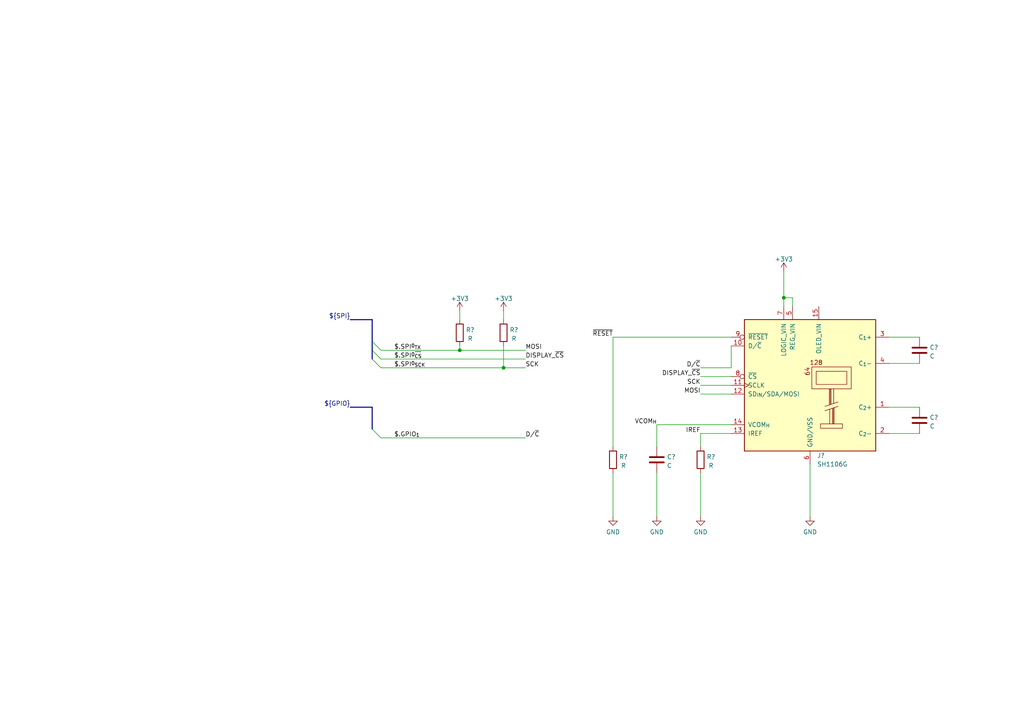
<source format=kicad_sch>
(kicad_sch (version 20211123) (generator eeschema)
  (paper "A4")
  (lib_symbols
    (symbol "0._Project:SH1106G" (pin_names (offset 1.016))
      (property "Reference" "J" (at 0 3.81 0))
      (property "Value" "SH1106G" (at 0 1.27 0))
      (symbol "SH1106G_0_0"
        (polyline (pts (xy 23.368 -26.416) (xy 27.178 -25.146)))
        (polyline (pts (xy 23.368 -25.146) (xy 27.178 -23.876)))
        (polyline (pts (xy 24.638 -24.638) (xy 24.638 -20.066)))
        (polyline (pts (xy 24.765 -26.035) (xy 24.765 -30.226)))
        (polyline (pts (xy 24.892 -24.638) (xy 24.892 -20.066)))
        (polyline (pts (xy 25.146 -24.511) (xy 25.146 -20.066)))
        (polyline (pts (xy 25.527 -25.781) (xy 25.527 -30.226)))
        (polyline (pts (xy 25.781 -25.654) (xy 25.781 -30.226)))
        (polyline (pts (xy 25.908 -24.257) (xy 25.908 -20.066)))
        (polyline (pts (xy 26.035 -25.654) (xy 26.035 -30.226)))
        (rectangle (start 0 0) (end 38.1 -38.1) (stroke (width 0.254)) (fill (type background)))
        (rectangle (start 19.558 -13.716) (end 30.988 -20.066))
        (rectangle (start 20.828 -18.796) (end 29.718 -14.986))
        (rectangle (start 22.098 -30.226) (end 28.448 -31.496))
        (text "128" (at 20.828 -12.446 0) (effects (font (size 1.27 1.27))))
        (text "64" (at 18.288 -14.986 900) (effects (font (size 1.27 1.27))))
        (pin input line (at 41.91 -25.4 180) (length 3.81) (name "C_{2}+") (number "1"))
        (pin passive line (at -3.81 -7.62 0) (length 3.81) (name "D/~{C}") (number "10"))
        (pin input clock (at -3.81 -19.05 0) (length 3.81) (name "SCLK") (number "11"))
        (pin bidirectional line (at -3.81 -21.59 0) (length 3.81) (name "SD_{IN}/SDA/MOSI") (number "12"))
        (pin input line (at -3.81 -33.02 0) (length 3.81) (name "IREF") (number "13"))
        (pin output line (at -3.81 -30.48 0) (length 3.81) (name "VCOM_{H}") (number "14"))
        (pin power_in line (at 21.59 3.81 270) (length 3.81) (name "OLED_VIN") (number "15"))
        (pin power_in line (at 19.05 -41.91 90) (length 3.81) hide (name "GND/VSS") (number "16"))
        (pin input line (at 41.91 -33.02 180) (length 3.81) (name "C_{2}-") (number "2"))
        (pin input line (at 41.91 -5.08 180) (length 3.81) (name "C_{1}+") (number "3"))
        (pin input line (at 41.91 -12.7 180) (length 3.81) (name "C_{1}-") (number "4"))
        (pin power_in line (at 13.97 3.81 270) (length 3.81) (name "REG_VIN") (number "5"))
        (pin power_in line (at 19.05 -41.91 90) (length 3.81) (name "GND/VSS") (number "6"))
        (pin power_in line (at 11.43 3.81 270) (length 3.81) (name "LOGIC_VIN") (number "7"))
        (pin input inverted (at -3.81 -16.51 0) (length 3.81) (name "~{CS}") (number "8"))
        (pin input inverted (at -3.81 -5.08 0) (length 3.81) (name "~{RESET}") (number "9"))
      )
    )
    (symbol "4ms_Power-symbol:+3.3V" (power) (pin_names (offset 0))
      (property "Value" "+3.3V" (at 0 3.556 0))
      (symbol "+3.3V_0_1"
        (polyline (pts (xy -0.762 1.27) (xy 0 2.54)))
        (polyline (pts (xy 0 0) (xy 0 2.54)))
        (polyline (pts (xy 0 2.54) (xy 0.762 1.27)))
      )
      (symbol "+3.3V_1_1"
        (pin power_in line (at 0 0 90) (length 0) hide (name "+3V3") (number "1"))
      )
    )
    (symbol "4ms_Power-symbol:GND" (power) (pin_names (offset 0))
      (property "Value" "GND" (at 0 -3.81 0))
      (symbol "GND_0_1"
        (polyline (pts (xy 0 0) (xy 0 -1.27) (xy 1.27 -1.27) (xy 0 -2.54) (xy -1.27 -1.27) (xy 0 -1.27)))
      )
      (symbol "GND_1_1"
        (pin power_in line (at 0 0 270) (length 0) hide (name "GND") (number "1"))
      )
    )
    (symbol "Device:C" (pin_numbers hide) (pin_names (offset 0.254))
      (property "Reference" "C" (at 0.635 2.54 0))
      (property "Value" "C" (at 0.635 -2.54 0))
      (symbol "C_0_1"
        (polyline (pts (xy -2.032 -0.762) (xy 2.032 -0.762)) (stroke (width 0.508)))
        (polyline (pts (xy -2.032 0.762) (xy 2.032 0.762)) (stroke (width 0.508)))
      )
      (symbol "C_1_1"
        (pin passive line (at 0 3.81 270) (length 2.794) (name "~") (number "1"))
        (pin passive line (at 0 -3.81 90) (length 2.794) (name "~") (number "2"))
      )
    )
    (symbol "Device:R" (pin_numbers hide) (pin_names (offset 0))
      (property "Reference" "R" (at 2.032 0 90))
      (property "Value" "R" (at 0 0 90))
      (symbol "R_0_1"
        (rectangle (start -1.016 -2.54) (end 1.016 2.54) (stroke (width 0.254)))
      )
      (symbol "R_1_1"
        (pin passive line (at 0 3.81 270) (length 1.27) (name "~") (number "1"))
        (pin passive line (at 0 -3.81 90) (length 1.27) (name "~") (number "2"))
      )
    )
  )
  (junction (at 227.33 86.36))
  (junction (at 146.05 106.68))
  (junction (at 133.35 101.6))
  (bus_entry (at 107.95 124.46) (size 2.54 2.54))
  (bus_entry (at 107.95 99.06) (size 2.54 2.54))
  (bus_entry (at 107.95 101.6) (size 2.54 2.54))
  (bus_entry (at 107.95 104.14) (size 2.54 2.54))
  (bus (pts (xy 107.95 99.06) (xy 107.95 101.6)))
  (wire (pts (xy 257.81 118.11) (xy 266.7 118.11)))
  (bus (pts (xy 107.95 118.11) (xy 107.95 124.46)))
  (wire (pts (xy 190.5 137.16) (xy 190.5 149.86)))
  (wire (pts (xy 212.09 125.73) (xy 203.2 125.73)))
  (wire (pts (xy 257.81 105.41) (xy 266.7 105.41)))
  (wire (pts (xy 146.05 106.68) (xy 152.4 106.68)))
  (wire (pts (xy 212.09 123.19) (xy 190.5 123.19)))
  (wire (pts (xy 203.2 125.73) (xy 203.2 129.54)))
  (wire (pts (xy 110.49 104.14) (xy 152.4 104.14)))
  (wire (pts (xy 257.81 125.73) (xy 266.7 125.73)))
  (bus (pts (xy 101.6 118.11) (xy 107.95 118.11)))
  (wire (pts (xy 227.33 86.36) (xy 227.33 88.9)))
  (wire (pts (xy 177.8 97.79) (xy 177.8 129.54)))
  (wire (pts (xy 257.81 97.79) (xy 266.7 97.79)))
  (wire (pts (xy 227.33 78.74) (xy 227.33 86.36)))
  (wire (pts (xy 146.05 100.33) (xy 146.05 106.68)))
  (wire (pts (xy 133.35 101.6) (xy 152.4 101.6)))
  (bus (pts (xy 107.95 92.71) (xy 107.95 99.06)))
  (wire (pts (xy 133.35 90.17) (xy 133.35 92.71)))
  (wire (pts (xy 190.5 123.19) (xy 190.5 129.54)))
  (wire (pts (xy 234.95 134.62) (xy 234.95 149.86)))
  (wire (pts (xy 229.87 86.36) (xy 227.33 86.36)))
  (wire (pts (xy 212.09 109.22) (xy 203.2 109.22)))
  (wire (pts (xy 212.09 114.3) (xy 203.2 114.3)))
  (wire (pts (xy 133.35 100.33) (xy 133.35 101.6)))
  (bus (pts (xy 107.95 101.6) (xy 107.95 104.14)))
  (wire (pts (xy 146.05 90.17) (xy 146.05 92.71)))
  (wire (pts (xy 212.09 97.79) (xy 177.8 97.79)))
  (wire (pts (xy 110.49 101.6) (xy 133.35 101.6)))
  (wire (pts (xy 110.49 127) (xy 152.4 127)))
  (wire (pts (xy 212.09 111.76) (xy 203.2 111.76)))
  (bus (pts (xy 101.6 92.71) (xy 107.95 92.71)))
  (wire (pts (xy 212.09 100.33) (xy 212.09 106.68)))
  (wire (pts (xy 177.8 137.16) (xy 177.8 149.86)))
  (wire (pts (xy 229.87 88.9) (xy 229.87 86.36)))
  (wire (pts (xy 203.2 137.16) (xy 203.2 149.86)))
  (wire (pts (xy 110.49 106.68) (xy 146.05 106.68)))
  (wire (pts (xy 212.09 106.68) (xy 203.2 106.68)))
  (label "MOSI" (at 152.4 101.6 0))
  (label "MOSI" (at 203.2 114.3 180))
  (label "VCOM_{H}" (at 190.5 123.19 180))
  (label "D{slash}~{C}" (at 203.2 106.68 180))
  (label "SCK" (at 203.2 111.76 180))
  (label "IREF" (at 203.2 125.73 180))
  (label "$.GPIO_{1}" (at 114.3 127 0))
  (label "$.SPI^{0}_{TX}" (at 114.3 101.6 0))
  (label "D{slash}~{C}" (at 152.4 127 0))
  (label "${SPI}" (at 101.6 92.71 180))
  (label "${GPIO}" (at 101.6 118.11 180))
  (label "DISPLAY_~{CS}" (at 152.4 104.14 0))
  (label "~{RESET}" (at 177.8 97.79 180))
  (label "$.SPI^{0}_{~{CS}}" (at 114.3 104.14 0))
  (label "SCK" (at 152.4 106.68 0))
  (label "DISPLAY_~{CS}" (at 203.2 109.22 180))
  (label "$.SPI^{0}_{SCK}" (at 114.3 106.68 0))
  (symbol (lib_id "4ms_Power-symbol:GND") (at 177.8 149.86 0) (unit 1)
    (property "Reference" "#PWR?" (effects hide))
    (property "Value" "GND" (at 177.8 154.3034 0))
  )
  (symbol (lib_id "4ms_Power-symbol:+3.3V") (at 146.05 90.17 0) (unit 1)
    (property "Reference" "#PWR?" (effects hide))
    (property "Value" "+3.3V" (at 146.05 86.5942 0))
  )
  (symbol (lib_id "Device:R") (at 203.2 133.35 0) (unit 1)
    (property "Reference" "R?" (at 206.2367 132.5153 0))
    (property "Value" "R" (at 206.2367 135.0522 0))
  )
  (symbol (lib_id "Device:C") (at 266.7 101.6 0) (unit 1)
    (property "Reference" "C?" (at 269.621 100.7653 0) (effects (justify left)))
    (property "Value" "C" (at 269.621 103.3022 0) (effects (justify left)))
  )
  (symbol (lib_id "Device:R") (at 133.35 96.52 0) (unit 1)
    (property "Reference" "R?" (at 136.3867 95.6853 0))
    (property "Value" "R" (at 136.3867 98.2222 0))
  )
  (symbol (lib_id "Device:R") (at 177.8 133.35 0) (unit 1)
    (property "Reference" "R?" (at 180.8367 132.5153 0))
    (property "Value" "R" (at 180.8367 135.0522 0))
  )
  (symbol (lib_id "4ms_Power-symbol:GND") (at 190.5 149.86 0) (unit 1)
    (property "Reference" "#PWR?" (effects hide))
    (property "Value" "GND" (at 190.5 154.3034 0))
  )
  (symbol (lib_id "0._Project:SH1106G") (at 215.9 92.71 0) (unit 1)
    (property "Reference" "J?" (at 236.9694 132.8404 0) (effects (justify left bottom)))
    (property "Value" "SH1106G" (at 236.9694 135.3773 0) (effects (justify left bottom)))
    (property "Footprint" "0.Connectors:GCT_FFC2B35-16" (effects hide))
    (property "Datasheet" "https://core-electronics.com.au/attachments/localcontent/5223-ds_85653d404ed.pdf" (effects hide))
  )
  (symbol (lib_id "Device:C") (at 190.5 133.35 0) (unit 1)
    (property "Reference" "C?" (at 193.421 132.5153 0) (effects (justify left)))
    (property "Value" "C" (at 193.421 135.0522 0) (effects (justify left)))
  )
  (symbol (lib_id "4ms_Power-symbol:GND") (at 234.95 149.86 0) (unit 1)
    (property "Reference" "#PWR?" (effects hide))
    (property "Value" "GND" (at 234.95 154.3034 0))
  )
  (symbol (lib_id "4ms_Power-symbol:+3.3V") (at 227.33 78.74 0) (unit 1)
    (property "Reference" "#PWR?" (effects hide))
    (property "Value" "+3.3V" (at 227.33 75.1642 0))
  )
  (symbol (lib_id "Device:C") (at 266.7 121.92 0) (unit 1)
    (property "Reference" "C?" (at 269.621 121.0853 0) (effects (justify left)))
    (property "Value" "C" (at 269.621 123.6222 0) (effects (justify left)))
  )
  (symbol (lib_id "Device:R") (at 146.05 96.52 0) (unit 1)
    (property "Reference" "R?" (at 149.0867 95.6853 0))
    (property "Value" "R" (at 149.0867 98.2222 0))
  )
  (symbol (lib_id "4ms_Power-symbol:GND") (at 203.2 149.86 0) (unit 1)
    (property "Reference" "#PWR?" (effects hide))
    (property "Value" "GND" (at 203.2 154.3034 0))
  )
  (symbol (lib_id "4ms_Power-symbol:+3.3V") (at 133.35 90.17 0) (unit 1)
    (property "Reference" "#PWR?" (effects hide))
    (property "Value" "+3.3V" (at 133.35 86.5942 0))
  )
)
</source>
